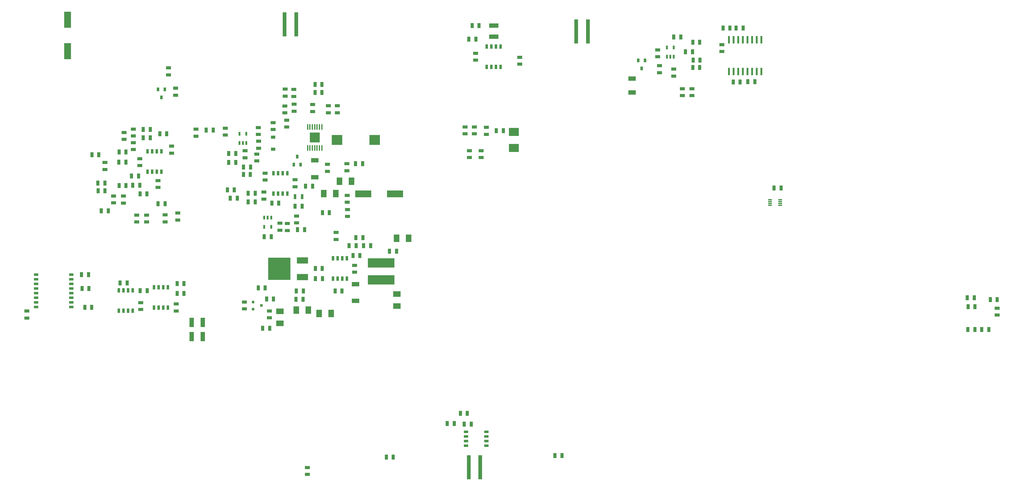
<source format=gtp>
G04 (created by PCBNEW (2013-07-07 BZR 4022)-stable) date 31-01-2015 18:12:54*
%MOIN*%
G04 Gerber Fmt 3.4, Leading zero omitted, Abs format*
%FSLAX34Y34*%
G01*
G70*
G90*
G04 APERTURE LIST*
%ADD10C,0.00590551*%
%ADD11R,0.025X0.05*%
%ADD12R,0.0165354X0.0590551*%
%ADD13R,0.110236X0.110236*%
%ADD14R,0.05X0.03*%
%ADD15R,0.055X0.035*%
%ADD16R,0.035X0.055*%
%ADD17R,0.0315X0.0394*%
%ADD18R,0.0393701X0.011811*%
%ADD19R,0.0787402X0.0492126*%
%ADD20R,0.1732X0.0748*%
%ADD21R,0.0748X0.1732*%
%ADD22R,0.06X0.08*%
%ADD23R,0.08X0.06*%
%ADD24R,0.0814961X0.0472441*%
%ADD25R,0.0480315X0.0358268*%
%ADD26R,0.0314961X0.0314961*%
%ADD27R,0.0314961X0.0551181*%
%ADD28R,0.107992X0.085*%
%ADD29R,0.114961X0.109843*%
%ADD30R,0.287402X0.104331*%
%ADD31R,0.1X0.05*%
%ADD32R,0.05X0.1*%
%ADD33R,0.0393701X0.259843*%
%ADD34R,0.023622X0.0413386*%
%ADD35R,0.05X0.025*%
%ADD36R,0.12X0.065*%
%ADD37R,0.24X0.24*%
%ADD38R,0.0216535X0.0787402*%
G04 APERTURE END LIST*
G54D10*
G54D11*
X31005Y-28885D03*
X30505Y-28885D03*
X30005Y-28885D03*
X29505Y-28885D03*
X29505Y-31085D03*
X30005Y-31085D03*
X30505Y-31085D03*
X31005Y-31085D03*
G54D12*
X46810Y-28524D03*
X47060Y-28524D03*
X47320Y-28524D03*
X47570Y-28524D03*
X47830Y-28524D03*
X48085Y-28524D03*
X48340Y-28524D03*
X48340Y-26240D03*
X48085Y-26240D03*
X47830Y-26240D03*
X47570Y-26240D03*
X47315Y-26240D03*
X47060Y-26240D03*
X46805Y-26240D03*
G54D13*
X47570Y-27382D03*
G54D14*
X21265Y-45715D03*
X21265Y-45215D03*
X21265Y-44715D03*
X21265Y-44215D03*
X21265Y-43715D03*
X21265Y-43215D03*
X21265Y-42715D03*
X21265Y-42215D03*
X17465Y-42215D03*
X17465Y-42715D03*
X17465Y-43215D03*
X17465Y-43715D03*
X17465Y-45715D03*
X17465Y-45215D03*
X17465Y-44715D03*
X17465Y-44215D03*
G54D15*
X16490Y-46905D03*
X16490Y-46155D03*
G54D16*
X23132Y-42219D03*
X22382Y-42219D03*
X23485Y-45750D03*
X22735Y-45750D03*
X23185Y-43720D03*
X22435Y-43720D03*
G54D15*
X31767Y-20615D03*
X31767Y-19865D03*
G54D16*
X91676Y-15559D03*
X92426Y-15559D03*
G54D15*
X32543Y-22804D03*
X32543Y-22054D03*
G54D17*
X31011Y-23043D03*
X30636Y-22177D03*
X31386Y-22177D03*
G54D15*
X28350Y-35775D03*
X28350Y-36525D03*
X29415Y-35775D03*
X29415Y-36525D03*
X32774Y-35563D03*
X32774Y-36313D03*
X31410Y-35760D03*
X31410Y-36510D03*
G54D18*
X96736Y-34122D03*
X96732Y-34318D03*
X96736Y-34515D03*
X96736Y-34712D03*
X97838Y-34712D03*
X97838Y-34515D03*
X97838Y-34318D03*
X97838Y-34122D03*
G54D16*
X48353Y-22511D03*
X47603Y-22511D03*
X28667Y-32560D03*
X27917Y-32560D03*
X52858Y-39076D03*
X53608Y-39076D03*
X38295Y-30070D03*
X39045Y-30070D03*
G54D15*
X42208Y-31247D03*
X42208Y-31997D03*
G54D16*
X48413Y-35531D03*
X49163Y-35531D03*
X39885Y-30590D03*
X40635Y-30590D03*
X52020Y-38206D03*
X52770Y-38206D03*
X48353Y-21646D03*
X47603Y-21646D03*
G54D15*
X28686Y-30426D03*
X28686Y-29676D03*
G54D16*
X88408Y-17094D03*
X89158Y-17094D03*
G54D15*
X64807Y-26247D03*
X64807Y-26997D03*
X63822Y-26247D03*
X63822Y-26997D03*
X65555Y-28806D03*
X65555Y-29556D03*
X64295Y-28806D03*
X64295Y-29556D03*
G54D16*
X40386Y-34344D03*
X41136Y-34344D03*
G54D15*
X44611Y-37433D03*
X44611Y-36683D03*
G54D16*
X64059Y-57218D03*
X63309Y-57218D03*
X36600Y-26568D03*
X35850Y-26568D03*
G54D15*
X27993Y-26477D03*
X27993Y-27227D03*
G54D16*
X45563Y-44876D03*
X46313Y-44876D03*
X64969Y-16746D03*
X64219Y-16746D03*
G54D15*
X32621Y-46145D03*
X32621Y-45395D03*
X42683Y-46886D03*
X42683Y-46136D03*
X28796Y-45237D03*
X28796Y-45987D03*
G54D16*
X88447Y-19023D03*
X89197Y-19023D03*
X93093Y-15559D03*
X93843Y-15559D03*
G54D15*
X91539Y-18099D03*
X91539Y-17349D03*
G54D19*
X81850Y-21023D03*
X81854Y-22500D03*
G54D20*
X52812Y-33498D03*
X56237Y-33498D03*
G54D21*
X20877Y-14634D03*
X20877Y-18059D03*
G54D22*
X45578Y-46056D03*
X46878Y-46056D03*
X51538Y-32111D03*
X50238Y-32111D03*
G54D23*
X43808Y-47476D03*
X43808Y-46176D03*
G54D22*
X56405Y-38292D03*
X57705Y-38292D03*
G54D15*
X41310Y-29175D03*
X41310Y-29925D03*
X51893Y-41216D03*
X51893Y-41966D03*
X45619Y-36621D03*
X45619Y-35871D03*
G54D16*
X49773Y-43996D03*
X50523Y-43996D03*
G54D15*
X48948Y-30291D03*
X48948Y-31041D03*
X50003Y-24716D03*
X50003Y-23966D03*
X49058Y-24716D03*
X49058Y-23966D03*
G54D24*
X51970Y-43233D03*
X51970Y-45060D03*
X47598Y-29854D03*
X47598Y-31681D03*
G54D16*
X33450Y-44254D03*
X32700Y-44254D03*
X51293Y-39086D03*
X52043Y-39086D03*
X87621Y-18118D03*
X88371Y-18118D03*
X29474Y-43960D03*
X28724Y-43960D03*
X39048Y-29102D03*
X38298Y-29102D03*
X38895Y-33050D03*
X38145Y-33050D03*
G54D15*
X64943Y-19024D03*
X64943Y-18274D03*
X45437Y-32705D03*
X45437Y-31955D03*
G54D16*
X63717Y-58373D03*
X64467Y-58373D03*
G54D25*
X43074Y-28645D03*
X43074Y-27354D03*
G54D26*
X40908Y-45192D03*
X40908Y-45940D03*
X41810Y-45566D03*
G54D27*
X46224Y-33787D03*
X45437Y-33787D03*
G54D28*
X69098Y-26775D03*
X69098Y-28515D03*
G54D22*
X49846Y-33460D03*
X48546Y-33460D03*
X49350Y-46400D03*
X48050Y-46400D03*
G54D23*
X56458Y-44332D03*
X56458Y-45632D03*
G54D16*
X56414Y-39683D03*
X55664Y-39683D03*
X87111Y-16503D03*
X86361Y-16503D03*
G54D15*
X86342Y-20737D03*
X86342Y-19987D03*
G54D16*
X88408Y-19811D03*
X89158Y-19811D03*
G54D15*
X43074Y-25774D03*
X43074Y-26524D03*
G54D16*
X30838Y-26985D03*
X31588Y-26985D03*
G54D15*
X88311Y-22863D03*
X88311Y-22113D03*
X49868Y-37661D03*
X49868Y-38411D03*
G54D16*
X29055Y-26510D03*
X29805Y-26510D03*
X29055Y-27410D03*
X29805Y-27410D03*
G54D15*
X30646Y-32799D03*
X30646Y-32049D03*
G54D16*
X28710Y-33495D03*
X29460Y-33495D03*
X27783Y-31542D03*
X28533Y-31542D03*
G54D29*
X49990Y-27646D03*
X54042Y-27646D03*
G54D30*
X54764Y-42794D03*
X54764Y-40963D03*
G54D17*
X82877Y-19929D03*
X82502Y-19063D03*
X83252Y-19063D03*
X45683Y-29443D03*
X46058Y-30309D03*
X45308Y-30309D03*
G54D31*
X66904Y-16499D03*
X66904Y-15299D03*
G54D32*
X34275Y-47370D03*
X35475Y-47370D03*
G54D15*
X32120Y-29075D03*
X32120Y-28325D03*
X26992Y-27598D03*
X26992Y-26848D03*
X27993Y-28683D03*
X27993Y-27933D03*
G54D16*
X27185Y-28945D03*
X26435Y-28945D03*
X27168Y-30033D03*
X26418Y-30033D03*
G54D15*
X24915Y-30090D03*
X24915Y-30840D03*
G54D16*
X24525Y-35310D03*
X25275Y-35310D03*
X61890Y-58320D03*
X62640Y-58320D03*
X42943Y-34486D03*
X43693Y-34486D03*
G54D15*
X34750Y-27245D03*
X34750Y-26495D03*
X37908Y-27132D03*
X37908Y-26382D03*
G54D16*
X41475Y-43652D03*
X42225Y-43652D03*
X42366Y-44838D03*
X43116Y-44838D03*
G54D15*
X39998Y-45931D03*
X39998Y-45181D03*
G54D16*
X42713Y-48026D03*
X41963Y-48026D03*
X51703Y-40136D03*
X52453Y-40136D03*
X46597Y-32645D03*
X47347Y-32645D03*
G54D15*
X44370Y-22155D03*
X44370Y-22905D03*
X44564Y-25514D03*
X44564Y-26264D03*
X44352Y-23978D03*
X44352Y-24728D03*
X45339Y-23796D03*
X45339Y-24546D03*
X45325Y-22186D03*
X45325Y-22936D03*
G54D16*
X45455Y-34811D03*
X46205Y-34811D03*
G54D15*
X42090Y-33294D03*
X42090Y-34044D03*
G54D16*
X24255Y-29250D03*
X23505Y-29250D03*
X45589Y-43970D03*
X46339Y-43970D03*
X47659Y-42665D03*
X48409Y-42665D03*
X47640Y-41535D03*
X48390Y-41535D03*
G54D15*
X51128Y-35171D03*
X51128Y-35921D03*
X51098Y-33645D03*
X51098Y-34395D03*
G54D16*
X52732Y-30205D03*
X51982Y-30205D03*
G54D15*
X51056Y-30217D03*
X51056Y-30967D03*
X47333Y-23831D03*
X47333Y-24581D03*
G54D16*
X24903Y-32326D03*
X24153Y-32326D03*
X24924Y-33152D03*
X24174Y-33152D03*
G54D15*
X25850Y-33703D03*
X25850Y-34453D03*
X26906Y-33725D03*
X26906Y-34475D03*
G54D16*
X26445Y-32580D03*
X27195Y-32580D03*
X31399Y-34545D03*
X30649Y-34545D03*
X121292Y-44925D03*
X120542Y-44925D03*
X64576Y-15290D03*
X65326Y-15290D03*
G54D15*
X46770Y-63075D03*
X46770Y-63825D03*
G54D16*
X39201Y-33935D03*
X38451Y-33935D03*
X46470Y-37338D03*
X45720Y-37338D03*
X55313Y-61965D03*
X56063Y-61965D03*
X118812Y-44728D03*
X118062Y-44728D03*
X118890Y-45673D03*
X118140Y-45673D03*
X120375Y-48137D03*
X119625Y-48137D03*
X73529Y-61785D03*
X74279Y-61785D03*
G54D15*
X121271Y-45849D03*
X121271Y-46599D03*
G54D16*
X118128Y-48137D03*
X118878Y-48137D03*
G54D15*
X43830Y-37405D03*
X43830Y-36655D03*
G54D16*
X40386Y-33431D03*
X41136Y-33431D03*
G54D15*
X40046Y-29567D03*
X40046Y-28817D03*
X41510Y-27785D03*
X41510Y-28535D03*
X41486Y-26306D03*
X41486Y-27056D03*
G54D16*
X39865Y-31390D03*
X40615Y-31390D03*
G54D15*
X84610Y-17900D03*
X84610Y-18650D03*
X69728Y-19466D03*
X69728Y-18716D03*
G54D16*
X32700Y-43183D03*
X33450Y-43183D03*
X27304Y-43113D03*
X26554Y-43113D03*
X42875Y-38110D03*
X42125Y-38110D03*
X67182Y-26652D03*
X67932Y-26652D03*
G54D15*
X66106Y-26286D03*
X66106Y-27036D03*
G54D16*
X94353Y-21346D03*
X95103Y-21346D03*
X93528Y-21385D03*
X92778Y-21385D03*
X97940Y-32850D03*
X97190Y-32850D03*
G54D15*
X84807Y-20382D03*
X84807Y-19632D03*
X87287Y-22113D03*
X87287Y-22863D03*
G54D33*
X45574Y-15137D03*
X44314Y-15137D03*
X65463Y-63052D03*
X64204Y-63052D03*
X77068Y-15906D03*
X75808Y-15906D03*
G54D34*
X42865Y-36050D03*
X42115Y-36050D03*
X42865Y-37050D03*
X42490Y-36050D03*
X42115Y-37050D03*
X39435Y-27970D03*
X40185Y-27970D03*
X39435Y-26970D03*
X39810Y-27970D03*
X40185Y-26970D03*
X85613Y-18657D03*
X86363Y-18657D03*
X85613Y-17657D03*
X85988Y-18657D03*
X86363Y-17657D03*
G54D11*
X66136Y-19748D03*
X66636Y-19748D03*
X67136Y-19748D03*
X67636Y-19748D03*
X67636Y-17548D03*
X67136Y-17548D03*
X66636Y-17548D03*
X66136Y-17548D03*
X31725Y-43570D03*
X31225Y-43570D03*
X30725Y-43570D03*
X30225Y-43570D03*
X30225Y-45770D03*
X30725Y-45770D03*
X31225Y-45770D03*
X31725Y-45770D03*
X27930Y-43920D03*
X27430Y-43920D03*
X26930Y-43920D03*
X26430Y-43920D03*
X26430Y-46120D03*
X26930Y-46120D03*
X27430Y-46120D03*
X27930Y-46120D03*
X44618Y-31251D03*
X44118Y-31251D03*
X43618Y-31251D03*
X43118Y-31251D03*
X43118Y-33451D03*
X43618Y-33451D03*
X44118Y-33451D03*
X44618Y-33451D03*
X49553Y-42661D03*
X50053Y-42661D03*
X50553Y-42661D03*
X51053Y-42661D03*
X51053Y-40461D03*
X50553Y-40461D03*
X50053Y-40461D03*
X49553Y-40461D03*
G54D35*
X63910Y-59200D03*
X63910Y-59700D03*
X63910Y-60200D03*
X63910Y-60700D03*
X66110Y-60700D03*
X66110Y-60200D03*
X66110Y-59700D03*
X66110Y-59200D03*
G54D36*
X46251Y-42494D03*
G54D37*
X43751Y-41594D03*
G54D36*
X46251Y-40694D03*
G54D38*
X92309Y-20246D03*
X92809Y-20246D03*
X93309Y-20246D03*
X93809Y-20246D03*
X94309Y-20246D03*
X94809Y-20246D03*
X95309Y-20246D03*
X95809Y-20246D03*
X95809Y-16800D03*
X95309Y-16800D03*
X94809Y-16800D03*
X94309Y-16800D03*
X93809Y-16800D03*
X93309Y-16800D03*
X92809Y-16800D03*
X92309Y-16800D03*
G54D32*
X34275Y-48900D03*
X35475Y-48900D03*
M02*

</source>
